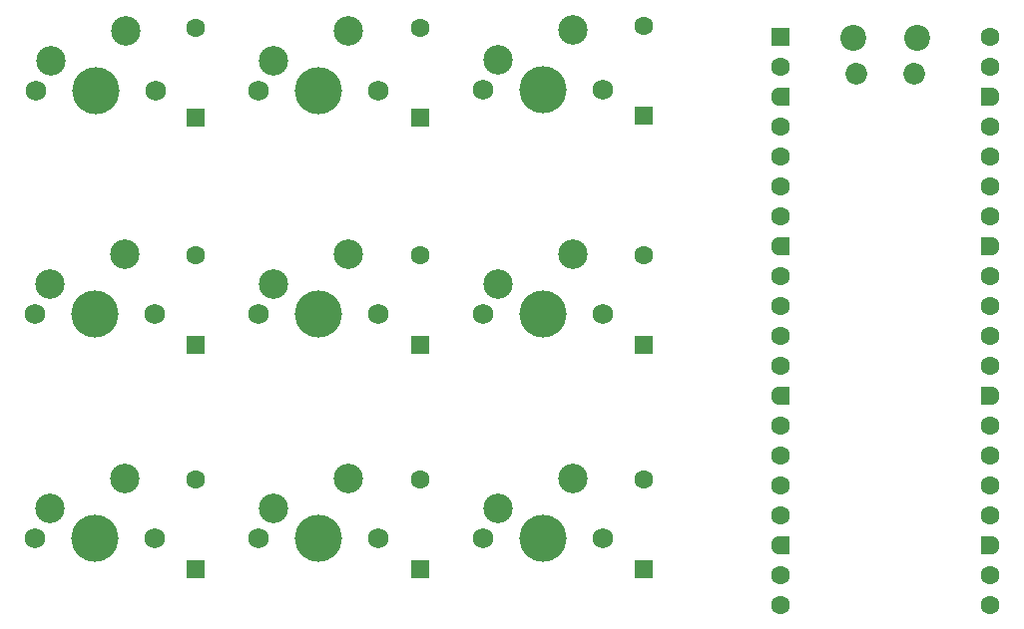
<source format=gbr>
%TF.GenerationSoftware,KiCad,Pcbnew,9.0.2*%
%TF.CreationDate,2025-05-16T17:45:02-05:00*%
%TF.ProjectId,main,6d61696e-2e6b-4696-9361-645f70636258,rev?*%
%TF.SameCoordinates,Original*%
%TF.FileFunction,Soldermask,Bot*%
%TF.FilePolarity,Negative*%
%FSLAX46Y46*%
G04 Gerber Fmt 4.6, Leading zero omitted, Abs format (unit mm)*
G04 Created by KiCad (PCBNEW 9.0.2) date 2025-05-16 17:45:02*
%MOMM*%
%LPD*%
G01*
G04 APERTURE LIST*
G04 Aperture macros list*
%AMRoundRect*
0 Rectangle with rounded corners*
0 $1 Rounding radius*
0 $2 $3 $4 $5 $6 $7 $8 $9 X,Y pos of 4 corners*
0 Add a 4 corners polygon primitive as box body*
4,1,4,$2,$3,$4,$5,$6,$7,$8,$9,$2,$3,0*
0 Add four circle primitives for the rounded corners*
1,1,$1+$1,$2,$3*
1,1,$1+$1,$4,$5*
1,1,$1+$1,$6,$7*
1,1,$1+$1,$8,$9*
0 Add four rect primitives between the rounded corners*
20,1,$1+$1,$2,$3,$4,$5,0*
20,1,$1+$1,$4,$5,$6,$7,0*
20,1,$1+$1,$6,$7,$8,$9,0*
20,1,$1+$1,$8,$9,$2,$3,0*%
%AMFreePoly0*
4,1,37,0.000000,0.796148,0.078414,0.796148,0.232228,0.765552,0.377117,0.705537,0.507515,0.618408,0.618408,0.507515,0.705537,0.377117,0.765552,0.232228,0.796148,0.078414,0.796148,-0.078414,0.765552,-0.232228,0.705537,-0.377117,0.618408,-0.507515,0.507515,-0.618408,0.377117,-0.705537,0.232228,-0.765552,0.078414,-0.796148,0.000000,-0.796148,0.000000,-0.800000,-0.600000,-0.800000,
-0.603843,-0.796157,-0.639018,-0.796157,-0.711114,-0.766294,-0.766294,-0.711114,-0.796157,-0.639018,-0.796157,-0.603843,-0.800000,-0.600000,-0.800000,0.600000,-0.796157,0.603843,-0.796157,0.639018,-0.766294,0.711114,-0.711114,0.766294,-0.639018,0.796157,-0.603843,0.796157,-0.600000,0.800000,0.000000,0.800000,0.000000,0.796148,0.000000,0.796148,$1*%
%AMFreePoly1*
4,1,37,0.603843,0.796157,0.639018,0.796157,0.711114,0.766294,0.766294,0.711114,0.796157,0.639018,0.796157,0.603843,0.800000,0.600000,0.800000,-0.600000,0.796157,-0.603843,0.796157,-0.639018,0.766294,-0.711114,0.711114,-0.766294,0.639018,-0.796157,0.603843,-0.796157,0.600000,-0.800000,0.000000,-0.800000,0.000000,-0.796148,-0.078414,-0.796148,-0.232228,-0.765552,-0.377117,-0.705537,
-0.507515,-0.618408,-0.618408,-0.507515,-0.705537,-0.377117,-0.765552,-0.232228,-0.796148,-0.078414,-0.796148,0.078414,-0.765552,0.232228,-0.705537,0.377117,-0.618408,0.507515,-0.507515,0.618408,-0.377117,0.705537,-0.232228,0.765552,-0.078414,0.796148,0.000000,0.796148,0.000000,0.800000,0.600000,0.800000,0.603843,0.796157,0.603843,0.796157,$1*%
G04 Aperture macros list end*
%ADD10C,1.600000*%
%ADD11FreePoly0,0.000000*%
%ADD12FreePoly1,0.000000*%
%ADD13RoundRect,0.200000X-0.600000X-0.600000X0.600000X-0.600000X0.600000X0.600000X-0.600000X0.600000X0*%
%ADD14C,2.200000*%
%ADD15C,1.850000*%
%ADD16C,1.750000*%
%ADD17C,4.000000*%
%ADD18C,2.500000*%
%ADD19RoundRect,0.250000X0.550000X-0.550000X0.550000X0.550000X-0.550000X0.550000X-0.550000X-0.550000X0*%
G04 APERTURE END LIST*
D10*
%TO.C,A1*%
X197890000Y-60407500D03*
X197890000Y-62947500D03*
D11*
X197890000Y-65487500D03*
D10*
X197890000Y-68027500D03*
X197890000Y-70567500D03*
X197890000Y-73107500D03*
X197890000Y-75647500D03*
D11*
X197890000Y-78187500D03*
D10*
X197890000Y-80727500D03*
X197890000Y-83267500D03*
X197890000Y-85807500D03*
X197890000Y-88347500D03*
D11*
X197890000Y-90887500D03*
D10*
X197890000Y-93427500D03*
X197890000Y-95967500D03*
X197890000Y-98507500D03*
X197890000Y-101047500D03*
D11*
X197890000Y-103587500D03*
D10*
X197890000Y-106127500D03*
X197890000Y-108667500D03*
X180110000Y-108667500D03*
X180110000Y-106127500D03*
D12*
X180110000Y-103587500D03*
D10*
X180110000Y-101047500D03*
X180110000Y-98507500D03*
X180110000Y-95967500D03*
X180110000Y-93427500D03*
D12*
X180110000Y-90887500D03*
D10*
X180110000Y-88347500D03*
X180110000Y-85807500D03*
X180110000Y-83267500D03*
X180110000Y-80727500D03*
D12*
X180110000Y-78187500D03*
D10*
X180110000Y-75647500D03*
X180110000Y-73107500D03*
X180110000Y-70567500D03*
X180110000Y-68027500D03*
D12*
X180110000Y-65487500D03*
D10*
X180110000Y-62947500D03*
D13*
X180110000Y-60407500D03*
D14*
X191725000Y-60537500D03*
D15*
X191425000Y-63567500D03*
X186575000Y-63567500D03*
D14*
X186275000Y-60537500D03*
%TD*%
D16*
%TO.C,SW9*%
X165000000Y-103000000D03*
X154840000Y-103000000D03*
D17*
X159920000Y-103000000D03*
D18*
X162460000Y-97920000D03*
X156110000Y-100460000D03*
%TD*%
D16*
%TO.C,SW8*%
X165000000Y-84000000D03*
X154840000Y-84000000D03*
D17*
X159920000Y-84000000D03*
D18*
X162460000Y-78920000D03*
X156110000Y-81460000D03*
%TD*%
D16*
%TO.C,SW7*%
X165040000Y-64900000D03*
X154880000Y-64900000D03*
D17*
X159960000Y-64900000D03*
D18*
X162500000Y-59820000D03*
X156150000Y-62360000D03*
%TD*%
D16*
%TO.C,SW6*%
X146000000Y-103000000D03*
X135840000Y-103000000D03*
D17*
X140920000Y-103000000D03*
D18*
X143460000Y-97920000D03*
X137110000Y-100460000D03*
%TD*%
D16*
%TO.C,SW5*%
X146000000Y-84000000D03*
X135840000Y-84000000D03*
D17*
X140920000Y-84000000D03*
D18*
X143460000Y-78920000D03*
X137110000Y-81460000D03*
%TD*%
D16*
%TO.C,SW4*%
X146000000Y-65000000D03*
X135840000Y-65000000D03*
D17*
X140920000Y-65000000D03*
D18*
X143460000Y-59920000D03*
X137110000Y-62460000D03*
%TD*%
D16*
%TO.C,SW3*%
X127000000Y-103000000D03*
X116840000Y-103000000D03*
D17*
X121920000Y-103000000D03*
D18*
X124460000Y-97920000D03*
X118110000Y-100460000D03*
%TD*%
D16*
%TO.C,SW2*%
X127000000Y-84000000D03*
X116840000Y-84000000D03*
D17*
X121920000Y-84000000D03*
D18*
X124460000Y-78920000D03*
X118110000Y-81460000D03*
%TD*%
D16*
%TO.C,SW1*%
X127080000Y-65000000D03*
X116920000Y-65000000D03*
D17*
X122000000Y-65000000D03*
D18*
X124540000Y-59920000D03*
X118190000Y-62460000D03*
%TD*%
D19*
%TO.C,D7*%
X168500000Y-67120000D03*
D10*
X168500000Y-59500000D03*
%TD*%
D19*
%TO.C,D4*%
X149500000Y-67310000D03*
D10*
X149500000Y-59690000D03*
%TD*%
D19*
%TO.C,D1*%
X130500000Y-67310000D03*
D10*
X130500000Y-59690000D03*
%TD*%
%TO.C,D2*%
X130500000Y-79000000D03*
D19*
X130500000Y-86620000D03*
%TD*%
D10*
%TO.C,D5*%
X149500000Y-79000000D03*
D19*
X149500000Y-86620000D03*
%TD*%
D10*
%TO.C,D9*%
X168500000Y-98000000D03*
D19*
X168500000Y-105620000D03*
%TD*%
D10*
%TO.C,D3*%
X130500000Y-98000000D03*
D19*
X130500000Y-105620000D03*
%TD*%
D10*
%TO.C,D6*%
X149500000Y-98000000D03*
D19*
X149500000Y-105620000D03*
%TD*%
D10*
%TO.C,D8*%
X168500000Y-79000000D03*
D19*
X168500000Y-86620000D03*
%TD*%
M02*

</source>
